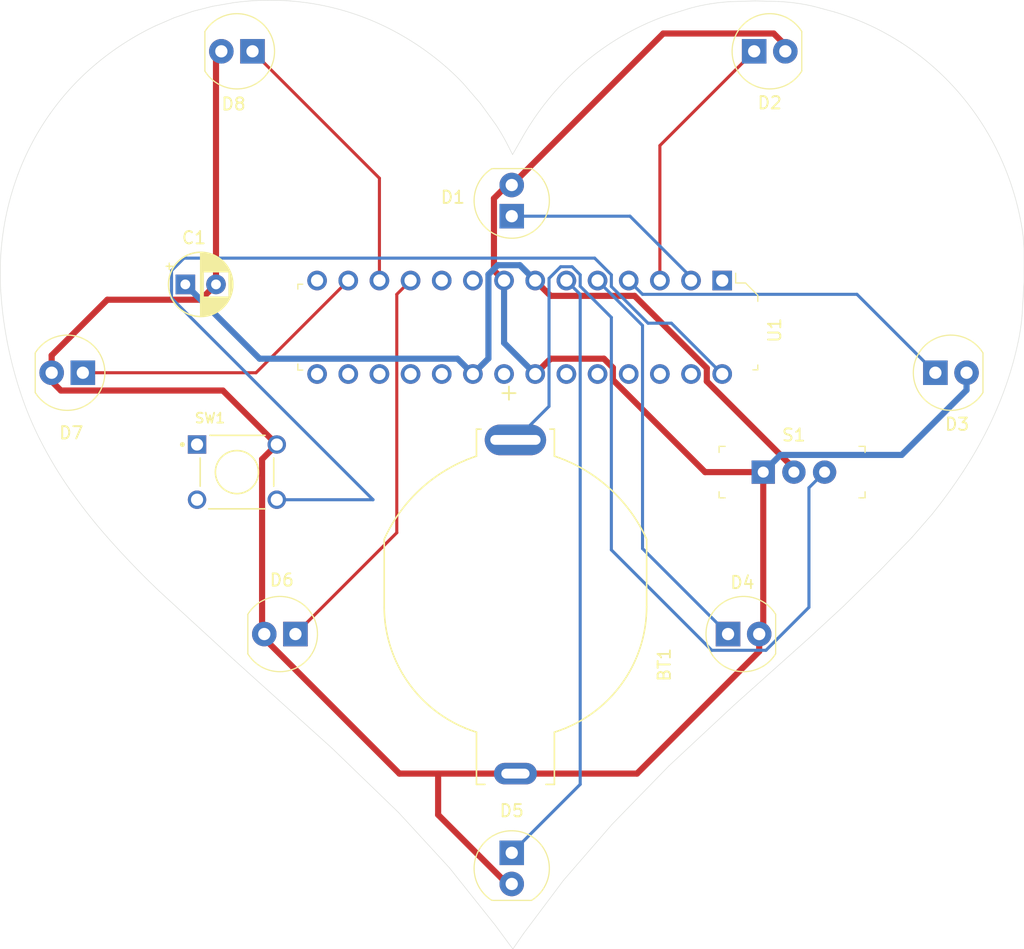
<source format=kicad_pcb>
(kicad_pcb (version 20221018) (generator pcbnew)
  (title_block (title "Heart PCB") (date "2024-01-12"))
  (layers (0 "F.Cu" signal) (31 "B.Cu" signal) (34 "B.Paste" user) (35 "F.Paste" user) (36 "B.SilkS" user "B.Silkscreen") (37 "F.SilkS" user "F.Silkscreen") (38 "B.Mask" user) (39 "F.Mask" user) (44 "Edge.Cuts" user))
  (net 0 "")
  (net 1 "/LED 1")
  (net 2 "/LED 2")
  (net 3 "/LED 3")
  (net 4 "/LED 4")
  (net 5 "/LED 5")
  (net 6 "/LED 6")
  (net 7 "/LED 8")
  (net 8 "/LED 7")
  (net 9 "GND")
  (net 11 "/Switch")
  (net 28 "+3.3V")
  (net 29 "Net-(BT1-PadP)")
  (footprint "digikey-footprints:LED_5mm_Radial" (layer "F.Cu") (at 82.43 98.1 180)
    (fp_text reference "D6" (at -1.43 4.4) (layer "F.SilkS"))
    (fp_text value "SSL-LX5093PC")
    (fp_line (start 1.34 1.6) (end 1.34 -1.61) (stroke (width 0.1)) (layer "F.SilkS"))
    (fp_arc (start 1.341718 1.607211) (mid -4.336626 0.001638) (end 1.34 -1.61) (stroke (width 0.1)) (layer "F.SilkS"))
    (pad "1" thru_hole rect (at -2.54 0 180) (size 2 2) (drill 1) (layers "*.Cu" "*.Mask") (net 6 "/LED 6"))
    (pad "2" thru_hole circle (at 0 0 180) (size 2 2) (drill 1) (layers "*.Cu" "*.Mask") (net 9 "GND"))
  )
  (footprint "digikey-footprints:LED_5mm_Radial" (layer "F.Cu") (at 65.1 76.8 180)
    (fp_text reference "D7" (at -1.6 -4.9) (layer "F.SilkS"))
    (fp_text value "SSL-LX5093PC")
    (fp_line (start 1.34 1.6) (end 1.34 -1.61) (stroke (width 0.1)) (layer "F.SilkS"))
    (fp_arc (start 1.341718 1.607211) (mid -4.336626 0.001638) (end 1.34 -1.61) (stroke (width 0.1)) (layer "F.SilkS"))
    (pad "1" thru_hole rect (at -2.54 0 180) (size 2 2) (drill 1) (layers "*.Cu" "*.Mask") (net 7 "/LED 8"))
    (pad "2" thru_hole circle (at 0 0 180) (size 2 2) (drill 1) (layers "*.Cu" "*.Mask") (net 9 "GND"))
  )
  (footprint "1825910-6:SW_1825910-6-4" (layer "F.Cu") (at 80.2 84.9)
    (fp_text reference "SW1" (at -2.2 -4.4) (layer "F.SilkS") (effects (font (size 0.8 0.8))))
    (fp_text value "1825910-6")
    (fp_line (start -2.995 -1.15) (end -2.995 1.15) (stroke (width 0.127)) (layer "F.SilkS"))
    (fp_line (start -2.2 -2.995) (end 2.3 -2.995) (stroke (width 0.127)) (layer "F.SilkS"))
    (fp_line (start 2.3 2.995) (end -2.3 2.995) (stroke (width 0.127)) (layer "F.SilkS"))
    (fp_line (start 3 -1.15) (end 3 1.15) (stroke (width 0.127)) (layer "F.SilkS"))
    (fp_circle (center -4.445 -2.25) (end -4.345 -2.25) (stroke (width 0.2)) (fill none) (layer "F.SilkS"))
    (fp_circle (center 0 0) (end 1.755 0) (stroke (width 0.127)) (fill none) (layer "F.SilkS"))
    (pad "1" thru_hole rect (at -3.25 -2.25) (size 1.498 1.498) (drill 0.99) (layers "*.Cu" "*.Mask"))
    (pad "2" thru_hole circle (at 3.25 -2.25) (size 1.498 1.498) (drill 0.99) (layers "*.Cu" "*.Mask") (net 9 "GND"))
    (pad "3" thru_hole circle (at -3.25 2.25) (size 1.498 1.498) (drill 0.99) (layers "*.Cu" "*.Mask"))
    (pad "4" thru_hole circle (at 3.25 2.25) (size 1.498 1.498) (drill 0.99) (layers "*.Cu" "*.Mask") (net 11 "/Switch"))
  )
  (footprint "digikey-footprints:LED_5mm_Radial" (layer "F.Cu") (at 102.6 61.5 90)
    (fp_text reference "D1" (at -1 -4.8 180) (layer "F.SilkS"))
    (fp_text value "SSL-LX5093PC")
    (fp_line (start 1.34 1.6) (end 1.34 -1.61) (stroke (width 0.1)) (layer "F.SilkS"))
    (fp_arc (start 1.341718 1.607211) (mid -4.336626 0.001638) (end 1.34 -1.61) (stroke (width 0.1)) (layer "F.SilkS"))
    (pad "1" thru_hole rect (at -2.54 0 90) (size 2 2) (drill 1) (layers "*.Cu" "*.Mask") (net 1 "/LED 1"))
    (pad "2" thru_hole circle (at 0 0 90) (size 2 2) (drill 1) (layers "*.Cu" "*.Mask") (net 9 "GND"))
  )
  (footprint "digikey-footprints:LED_5mm_Radial" (layer "F.Cu") (at 122.77 98.1)
    (fp_text reference "D4" (at -1.37 -4.2) (layer "F.SilkS"))
    (fp_text value "SSL-LX5093PC")
    (fp_line (start 1.34 1.6) (end 1.34 -1.61) (stroke (width 0.1)) (layer "F.SilkS"))
    (fp_arc (start 1.341718 1.607211) (mid -4.336626 0.001638) (end 1.34 -1.61) (stroke (width 0.1)) (layer "F.SilkS"))
    (pad "1" thru_hole rect (at -2.54 0) (size 2 2) (drill 1) (layers "*.Cu" "*.Mask") (net 4 "/LED 4"))
    (pad "2" thru_hole circle (at 0 0) (size 2 2) (drill 1) (layers "*.Cu" "*.Mask") (net 9 "GND"))
  )
  (footprint "digikey-footprints:LED_5mm_Radial" (layer "F.Cu") (at 139.67 76.8)
    (fp_text reference "D3" (at -0.77 4.2) (layer "F.SilkS"))
    (fp_text value "SSL-LX5093PC")
    (fp_line (start 1.34 1.6) (end 1.34 -1.61) (stroke (width 0.1)) (layer "F.SilkS"))
    (fp_arc (start 1.341718 1.607211) (mid -4.336626 0.001638) (end 1.34 -1.61) (stroke (width 0.1)) (layer "F.SilkS"))
    (pad "1" thru_hole rect (at -2.54 0) (size 2 2) (drill 1) (layers "*.Cu" "*.Mask") (net 3 "/LED 3"))
    (pad "2" thru_hole circle (at 0 0) (size 2 2) (drill 1) (layers "*.Cu" "*.Mask") (net 9 "GND"))
  )
  (footprint "digikey-footprints:LED_5mm_Radial" (layer "F.Cu") (at 78.93 50.6 180)
    (fp_text reference "D8" (at -1 -4.3) (layer "F.SilkS"))
    (fp_text value "SSL-LX5093PC")
    (fp_line (start 1.34 1.6) (end 1.34 -1.61) (stroke (width 0.1)) (layer "F.SilkS"))
    (fp_arc (start 1.341718 1.607211) (mid -4.336626 0.001638) (end 1.34 -1.61) (stroke (width 0.1)) (layer "F.SilkS"))
    (pad "1" thru_hole rect (at -2.54 0 180) (size 2 2) (drill 1) (layers "*.Cu" "*.Mask") (net 8 "/LED 7"))
    (pad "2" thru_hole circle (at 0 0 180) (size 2 2) (drill 1) (layers "*.Cu" "*.Mask") (net 9 "GND"))
  )
  (footprint "Capacitor_THT:CP_Radial_D5.0mm_P2.50mm" (layer "F.Cu") (at 75.994888 69.6)
    (fp_text reference "C1" (at 0.705112 -3.8) (layer "F.SilkS"))
    (fp_text value "0.1uF")
    (fp_line (start -1.554775 -1.475) (end -1.054775 -1.475) (stroke (width 0.12)) (layer "F.SilkS"))
    (fp_line (start -1.304775 -1.725) (end -1.304775 -1.225) (stroke (width 0.12)) (layer "F.SilkS"))
    (fp_line (start 1.25 -2.58) (end 1.25 2.58) (stroke (width 0.12)) (layer "F.SilkS"))
    (fp_line (start 1.29 -2.58) (end 1.29 2.58) (stroke (width 0.12)) (layer "F.SilkS"))
    (fp_line (start 1.33 -2.579) (end 1.33 2.579) (stroke (width 0.12)) (layer "F.SilkS"))
    (fp_line (start 1.37 -2.578) (end 1.37 2.578) (stroke (width 0.12)) (layer "F.SilkS"))
    (fp_line (start 1.41 -2.576) (end 1.41 2.576) (stroke (width 0.12)) (layer "F.SilkS"))
    (fp_line (start 1.45 -2.573) (end 1.45 2.573) (stroke (width 0.12)) (layer "F.SilkS"))
    (fp_line (start 1.49 -2.569) (end 1.49 -1.04) (stroke (width 0.12)) (layer "F.SilkS"))
    (fp_line (start 1.49 1.04) (end 1.49 2.569) (stroke (width 0.12)) (layer "F.SilkS"))
    (fp_line (start 1.53 -2.565) (end 1.53 -1.04) (stroke (width 0.12)) (layer "F.SilkS"))
    (fp_line (start 1.53 1.04) (end 1.53 2.565) (stroke (width 0.12)) (layer "F.SilkS"))
    (fp_line (start 1.57 -2.561) (end 1.57 -1.04) (stroke (width 0.12)) (layer "F.SilkS"))
    (fp_line (start 1.57 1.04) (end 1.57 2.561) (stroke (width 0.12)) (layer "F.SilkS"))
    (fp_line (start 1.61 -2.556) (end 1.61 -1.04) (stroke (width 0.12)) (layer "F.SilkS"))
    (fp_line (start 1.61 1.04) (end 1.61 2.556) (stroke (width 0.12)) (layer "F.SilkS"))
    (fp_line (start 1.65 -2.55) (end 1.65 -1.04) (stroke (width 0.12)) (layer "F.SilkS"))
    (fp_line (start 1.65 1.04) (end 1.65 2.55) (stroke (width 0.12)) (layer "F.SilkS"))
    (fp_line (start 1.69 -2.543) (end 1.69 -1.04) (stroke (width 0.12)) (layer "F.SilkS"))
    (fp_line (start 1.69 1.04) (end 1.69 2.543) (stroke (width 0.12)) (layer "F.SilkS"))
    (fp_line (start 1.73 -2.536) (end 1.73 -1.04) (stroke (width 0.12)) (layer "F.SilkS"))
    (fp_line (start 1.73 1.04) (end 1.73 2.536) (stroke (width 0.12)) (layer "F.SilkS"))
    (fp_line (start 1.77 -2.528) (end 1.77 -1.04) (stroke (width 0.12)) (layer "F.SilkS"))
    (fp_line (start 1.77 1.04) (end 1.77 2.528) (stroke (width 0.12)) (layer "F.SilkS"))
    (fp_line (start 1.81 -2.52) (end 1.81 -1.04) (stroke (width 0.12)) (layer "F.SilkS"))
    (fp_line (start 1.81 1.04) (end 1.81 2.52) (stroke (width 0.12)) (layer "F.SilkS"))
    (fp_line (start 1.85 -2.511) (end 1.85 -1.04) (stroke (width 0.12)) (layer "F.SilkS"))
    (fp_line (start 1.85 1.04) (end 1.85 2.511) (stroke (width 0.12)) (layer "F.SilkS"))
    (fp_line (start 1.89 -2.501) (end 1.89 -1.04) (stroke (width 0.12)) (layer "F.SilkS"))
    (fp_line (start 1.89 1.04) (end 1.89 2.501) (stroke (width 0.12)) (layer "F.SilkS"))
    (fp_line (start 1.93 -2.491) (end 1.93 -1.04) (stroke (width 0.12)) (layer "F.SilkS"))
    (fp_line (start 1.93 1.04) (end 1.93 2.491) (stroke (width 0.12)) (layer "F.SilkS"))
    (fp_line (start 1.971 -2.48) (end 1.971 -1.04) (stroke (width 0.12)) (layer "F.SilkS"))
    (fp_line (start 1.971 1.04) (end 1.971 2.48) (stroke (width 0.12)) (layer "F.SilkS"))
    (fp_line (start 2.011 -2.468) (end 2.011 -1.04) (stroke (width 0.12)) (layer "F.SilkS"))
    (fp_line (start 2.011 1.04) (end 2.011 2.468) (stroke (width 0.12)) (layer "F.SilkS"))
    (fp_line (start 2.051 -2.455) (end 2.051 -1.04) (stroke (width 0.12)) (layer "F.SilkS"))
    (fp_line (start 2.051 1.04) (end 2.051 2.455) (stroke (width 0.12)) (layer "F.SilkS"))
    (fp_line (start 2.091 -2.442) (end 2.091 -1.04) (stroke (width 0.12)) (layer "F.SilkS"))
    (fp_line (start 2.091 1.04) (end 2.091 2.442) (stroke (width 0.12)) (layer "F.SilkS"))
    (fp_line (start 2.131 -2.428) (end 2.131 -1.04) (stroke (width 0.12)) (layer "F.SilkS"))
    (fp_line (start 2.131 1.04) (end 2.131 2.428) (stroke (width 0.12)) (layer "F.SilkS"))
    (fp_line (start 2.171 -2.414) (end 2.171 -1.04) (stroke (width 0.12)) (layer "F.SilkS"))
    (fp_line (start 2.171 1.04) (end 2.171 2.414) (stroke (width 0.12)) (layer "F.SilkS"))
    (fp_line (start 2.211 -2.398) (end 2.211 -1.04) (stroke (width 0.12)) (layer "F.SilkS"))
    (fp_line (start 2.211 1.04) (end 2.211 2.398) (stroke (width 0.12)) (layer "F.SilkS"))
    (fp_line (start 2.251 -2.382) (end 2.251 -1.04) (stroke (width 0.12)) (layer "F.SilkS"))
    (fp_line (start 2.251 1.04) (end 2.251 2.382) (stroke (width 0.12)) (layer "F.SilkS"))
    (fp_line (start 2.291 -2.365) (end 2.291 -1.04) (stroke (width 0.12)) (layer "F.SilkS"))
    (fp_line (start 2.291 1.04) (end 2.291 2.365) (stroke (width 0.12)) (layer "F.SilkS"))
    (fp_line (start 2.331 -2.348) (end 2.331 -1.04) (stroke (width 0.12)) (layer "F.SilkS"))
    (fp_line (start 2.331 1.04) (end 2.331 2.348) (stroke (width 0.12)) (layer "F.SilkS"))
    (fp_line (start 2.371 -2.329) (end 2.371 -1.04) (stroke (width 0.12)) (layer "F.SilkS"))
    (fp_line (start 2.371 1.04) (end 2.371 2.329) (stroke (width 0.12)) (layer "F.SilkS"))
    (fp_line (start 2.411 -2.31) (end 2.411 -1.04) (stroke (width 0.12)) (layer "F.SilkS"))
    (fp_line (start 2.411 1.04) (end 2.411 2.31) (stroke (width 0.12)) (layer "F.SilkS"))
    (fp_line (start 2.451 -2.29) (end 2.451 -1.04) (stroke (width 0.12)) (layer "F.SilkS"))
    (fp_line (start 2.451 1.04) (end 2.451 2.29) (stroke (width 0.12)) (layer "F.SilkS"))
    (fp_line (start 2.491 -2.268) (end 2.491 -1.04) (stroke (width 0.12)) (layer "F.SilkS"))
    (fp_line (start 2.491 1.04) (end 2.491 2.268) (stroke (width 0.12)) (layer "F.SilkS"))
    (fp_line (start 2.531 -2.247) (end 2.531 -1.04) (stroke (width 0.12)) (layer "F.SilkS"))
    (fp_line (start 2.531 1.04) (end 2.531 2.247) (stroke (width 0.12)) (layer "F.SilkS"))
    (fp_line (start 2.571 -2.224) (end 2.571 -1.04) (stroke (width 0.12)) (layer "F.SilkS"))
    (fp_line (start 2.571 1.04) (end 2.571 2.224) (stroke (width 0.12)) (layer "F.SilkS"))
    (fp_line (start 2.611 -2.2) (end 2.611 -1.04) (stroke (width 0.12)) (layer "F.SilkS"))
    (fp_line (start 2.611 1.04) (end 2.611 2.2) (stroke (width 0.12)) (layer "F.SilkS"))
    (fp_line (start 2.651 -2.175) (end 2.651 -1.04) (stroke (width 0.12)) (layer "F.SilkS"))
    (fp_line (start 2.651 1.04) (end 2.651 2.175) (stroke (width 0.12)) (layer "F.SilkS"))
    (fp_line (start 2.691 -2.149) (end 2.691 -1.04) (stroke (width 0.12)) (layer "F.SilkS"))
    (fp_line (start 2.691 1.04) (end 2.691 2.149) (stroke (width 0.12)) (layer "F.SilkS"))
    (fp_line (start 2.731 -2.122) (end 2.731 -1.04) (stroke (width 0.12)) (layer "F.SilkS"))
    (fp_line (start 2.731 1.04) (end 2.731 2.122) (stroke (width 0.12)) (layer "F.SilkS"))
    (fp_line (start 2.771 -2.095) (end 2.771 -1.04) (stroke (width 0.12)) (layer "F.SilkS"))
    (fp_line (start 2.771 1.04) (end 2.771 2.095) (stroke (width 0.12)) (layer "F.SilkS"))
    (fp_line (start 2.811 -2.065) (end 2.811 -1.04) (stroke (width 0.12)) (layer "F.SilkS"))
    (fp_line (start 2.811 1.04) (end 2.811 2.065) (stroke (width 0.12)) (layer "F.SilkS"))
    (fp_line (start 2.851 -2.035) (end 2.851 -1.04) (stroke (width 0.12)) (layer "F.SilkS"))
    (fp_line (start 2.851 1.04) (end 2.851 2.035) (stroke (width 0.12)) (layer "F.SilkS"))
    (fp_line (start 2.891 -2.004) (end 2.891 -1.04) (stroke (width 0.12)) (layer "F.SilkS"))
    (fp_line (start 2.891 1.04) (end 2.891 2.004) (stroke (width 0.12)) (layer "F.SilkS"))
    (fp_line (start 2.931 -1.971) (end 2.931 -1.04) (stroke (width 0.12)) (layer "F.SilkS"))
    (fp_line (start 2.931 1.04) (end 2.931 1.971) (stroke (width 0.12)) (layer "F.SilkS"))
    (fp_line (start 2.971 -1.937) (end 2.971 -1.04) (stroke (width 0.12)) (layer "F.SilkS"))
    (fp_line (start 2.971 1.04) (end 2.971 1.937) (stroke (width 0.12)) (layer "F.SilkS"))
    (fp_line (start 3.011 -1.901) (end 3.011 -1.04) (stroke (width 0.12)) (layer "F.SilkS"))
    (fp_line (start 3.011 1.04) (end 3.011 1.901) (stroke (width 0.12)) (layer "F.SilkS"))
    (fp_line (start 3.051 -1.864) (end 3.051 -1.04) (stroke (width 0.12)) (layer "F.SilkS"))
    (fp_line (start 3.051 1.04) (end 3.051 1.864) (stroke (width 0.12)) (layer "F.SilkS"))
    (fp_line (start 3.091 -1.826) (end 3.091 -1.04) (stroke (width 0.12)) (layer "F.SilkS"))
    (fp_line (start 3.091 1.04) (end 3.091 1.826) (stroke (width 0.12)) (layer "F.SilkS"))
    (fp_line (start 3.131 -1.785) (end 3.131 -1.04) (stroke (width 0.12)) (layer "F.SilkS"))
    (fp_line (start 3.131 1.04) (end 3.131 1.785) (stroke (width 0.12)) (layer "F.SilkS"))
    (fp_line (start 3.171 -1.743) (end 3.171 -1.04) (stroke (width 0.12)) (layer "F.SilkS"))
    (fp_line (start 3.171 1.04) (end 3.171 1.743) (stroke (width 0.12)) (layer "F.SilkS"))
    (fp_line (start 3.211 -1.699) (end 3.211 -1.04) (stroke (width 0.12)) (layer "F.SilkS"))
    (fp_line (start 3.211 1.04) (end 3.211 1.699) (stroke (width 0.12)) (layer "F.SilkS"))
    (fp_line (start 3.251 -1.653) (end 3.251 -1.04) (stroke (width 0.12)) (layer "F.SilkS"))
    (fp_line (start 3.251 1.04) (end 3.251 1.653) (stroke (width 0.12)) (layer "F.SilkS"))
    (fp_line (start 3.291 -1.605) (end 3.291 -1.04) (stroke (width 0.12)) (layer "F.SilkS"))
    (fp_line (start 3.291 1.04) (end 3.291 1.605) (stroke (width 0.12)) (layer "F.SilkS"))
    (fp_line (start 3.331 -1.554) (end 3.331 -1.04) (stroke (width 0.12)) (layer "F.SilkS"))
    (fp_line (start 3.331 1.04) (end 3.331 1.554) (stroke (width 0.12)) (layer "F.SilkS"))
    (fp_line (start 3.371 -1.5) (end 3.371 -1.04) (stroke (width 0.12)) (layer "F.SilkS"))
    (fp_line (start 3.371 1.04) (end 3.371 1.5) (stroke (width 0.12)) (layer "F.SilkS"))
    (fp_line (start 3.411 -1.443) (end 3.411 -1.04) (stroke (width 0.12)) (layer "F.SilkS"))
    (fp_line (start 3.411 1.04) (end 3.411 1.443) (stroke (width 0.12)) (layer "F.SilkS"))
    (fp_line (start 3.451 -1.383) (end 3.451 -1.04) (stroke (width 0.12)) (layer "F.SilkS"))
    (fp_line (start 3.451 1.04) (end 3.451 1.383) (stroke (width 0.12)) (layer "F.SilkS"))
    (fp_line (start 3.491 -1.319) (end 3.491 -1.04) (stroke (width 0.12)) (layer "F.SilkS"))
    (fp_line (start 3.491 1.04) (end 3.491 1.319) (stroke (width 0.12)) (layer "F.SilkS"))
    (fp_line (start 3.531 -1.251) (end 3.531 -1.04) (stroke (width 0.12)) (layer "F.SilkS"))
    (fp_line (start 3.531 1.04) (end 3.531 1.251) (stroke (width 0.12)) (layer "F.SilkS"))
    (fp_line (start 3.571 -1.178) (end 3.571 1.178) (stroke (width 0.12)) (layer "F.SilkS"))
    (fp_line (start 3.611 -1.098) (end 3.611 1.098) (stroke (width 0.12)) (layer "F.SilkS"))
    (fp_line (start 3.651 -1.011) (end 3.651 1.011) (stroke (width 0.12)) (layer "F.SilkS"))
    (fp_line (start 3.691 -0.915) (end 3.691 0.915) (stroke (width 0.12)) (layer "F.SilkS"))
    (fp_line (start 3.731 -0.805) (end 3.731 0.805) (stroke (width 0.12)) (layer "F.SilkS"))
    (fp_line (start 3.771 -0.677) (end 3.771 0.677) (stroke (width 0.12)) (layer "F.SilkS"))
    (fp_line (start 3.811 -0.518) (end 3.811 0.518) (stroke (width 0.12)) (layer "F.SilkS"))
    (fp_line (start 3.851 -0.284) (end 3.851 0.284) (stroke (width 0.12)) (layer "F.SilkS"))
    (fp_circle (center 1.25 0) (end 3.87 0) (stroke (width 0.12)) (fill none) (layer "F.SilkS"))
    (pad "1" thru_hole rect (at 0 0) (size 1.6 1.6) (drill 0.8) (layers "*.Cu" "*.Mask") (net 28 "+3.3V"))
    (pad "2" thru_hole circle (at 2.5 0) (size 1.6 1.6) (drill 0.8) (layers "*.Cu" "*.Mask") (net 9 "GND"))
  )
  (footprint "BC2032_E2:MPD_BC2032-E2" (layer "F.Cu") (at 102.901057 95.875 -90)
    (fp_text reference "BT1" (at 4.725 -12.135735 -270) (layer "F.SilkS") (effects (font (size 1.000055 1.000055))))
    (fp_text value "BC2032-E2")
    (fp_text user "+" (at -17.4139 0.635543 -270) (layer "F.SilkS") (effects (font (size 1.401197 1.401197))))
    (fp_line (start -14.48 -3.175) (end -14.48 -2.806) (stroke (width 0.127)) (layer "F.SilkS"))
    (fp_line (start -14.48 2.806) (end -14.48 3.175) (stroke (width 0.127)) (layer "F.SilkS"))
    (fp_line (start -14.48 3.175) (end -12.278 3.175) (stroke (width 0.127)) (layer "F.SilkS"))
    (fp_line (start -12.278 -3.175) (end -14.48 -3.175) (stroke (width 0.127)) (layer "F.SilkS"))
    (fp_line (start -5.50733 10.6934) (end 0.010472 10.6934) (stroke (width 0.127)) (layer "F.SilkS"))
    (fp_line (start 0.010472 -10.6934) (end -5.50733 -10.6934) (stroke (width 0.127)) (layer "F.SilkS"))
    (fp_line (start 10.2217 3.175) (end 14.48 3.175) (stroke (width 0.127)) (layer "F.SilkS"))
    (fp_line (start 14.48 -3.175) (end 10.2217 -3.175) (stroke (width 0.127)) (layer "F.SilkS"))
    (fp_line (start 14.48 -2.487) (end 14.48 -3.175) (stroke (width 0.127)) (layer "F.SilkS"))
    (fp_line (start 14.48 3.175) (end 14.48 2.487) (stroke (width 0.127)) (layer "F.SilkS"))
    (fp_arc (start -12.278 -3.175) (mid -9.677741 -7.641197) (end -5.50733 -10.6934) (stroke (width 0.127)) (layer "F.SilkS"))
    (fp_arc (start -5.50733 10.6934) (mid -9.677741 7.641198) (end -12.278 3.175) (stroke (width 0.127)) (layer "F.SilkS"))
    (fp_arc (start 0.010472 -10.6934) (mid 6.350736 -8.611058) (end 10.2217 -3.175) (stroke (width 0.127)) (layer "F.SilkS"))
    (fp_arc (start 10.2217 3.175) (mid 6.350736 8.611059) (end 0.010472 10.693401) (stroke (width 0.127)) (layer "F.SilkS"))
    (pad "N" thru_hole oval (at 13.6 0 270) (size 1.75 3.5) (drill oval 0.8 2.3) (layers "*.Cu" "*.Mask") (net 9 "GND"))
    (pad "P" thru_hole oval (at -13.6 0 270) (size 2.5 5) (drill oval 0.8 4.1) (layers "*.Cu" "*.Mask") (net 29 "Net-(BT1-PadP)"))
  )
  (footprint "digikey-footprints:DIP-28_W7.62mm" (layer "F.Cu") (at 119.755 69.285 -90)
    (fp_text reference "U1" (at 4.05 -4.28 90) (layer "F.SilkS"))
    (fp_text value "ATMEGA328P-PU")
    (fp_line (start 0.2 -1.9) (end 0.2 -1.1) (stroke (width 0.1)) (layer "F.SilkS"))
    (fp_line (start 0.2 -1.1) (end -0.6 -1.1) (stroke (width 0.1)) (layer "F.SilkS"))
    (fp_line (start 0.3 34.19) (end 0.3 34.59) (stroke (width 0.1)) (layer "F.SilkS"))
    (fp_line (start 0.3 34.59) (end 0.7 34.59) (stroke (width 0.1)) (layer "F.SilkS"))
    (fp_line (start 1.2 -2.9) (end 0.2 -1.9) (stroke (width 0.1)) (layer "F.SilkS"))
    (fp_line (start 1.7 -2.9) (end 1.2 -2.9) (stroke (width 0.1)) (layer "F.SilkS"))
    (fp_line (start 7.28 -2.9) (end 6.88 -2.9) (stroke (width 0.1)) (layer "F.SilkS"))
    (fp_line (start 7.28 -2.5) (end 7.28 -2.9) (stroke (width 0.1)) (layer "F.SilkS"))
    (fp_line (start 7.3 34.19) (end 7.3 34.59) (stroke (width 0.1)) (layer "F.SilkS"))
    (fp_line (start 7.3 34.59) (end 6.8 34.59) (stroke (width 0.1)) (layer "F.SilkS"))
    (pad "1" thru_hole rect (at 0 0 270) (size 1.6 1.6) (drill 1) (layers "*.Cu" "*.Mask"))
    (pad "2" thru_hole circle (at 0 2.54 270) (size 1.6 1.6) (drill 1) (layers "*.Cu" "*.Mask") (net 1 "/LED 1"))
    (pad "3" thru_hole circle (at 0 5.08 270) (size 1.6 1.6) (drill 1) (layers "*.Cu" "*.Mask") (net 2 "/LED 2"))
    (pad "4" thru_hole circle (at 0 7.62 270) (size 1.6 1.6) (drill 1) (layers "*.Cu" "*.Mask") (net 3 "/LED 3"))
    (pad "5" thru_hole circle (at 0 10.16 270) (size 1.6 1.6) (drill 1) (layers "*.Cu" "*.Mask") (net 4 "/LED 4"))
    (pad "6" thru_hole circle (at 0 12.7 270) (size 1.6 1.6) (drill 1) (layers "*.Cu" "*.Mask") (net 5 "/LED 5"))
    (pad "7" thru_hole circle (at 0 15.24 270) (size 1.6 1.6) (drill 1) (layers "*.Cu" "*.Mask") (net 28 "+3.3V"))
    (pad "8" thru_hole circle (at 0 17.78 270) (size 1.6 1.6) (drill 1) (layers "*.Cu" "*.Mask") (net 9 "GND"))
    (pad "9" thru_hole circle (at 0 20.32 270) (size 1.6 1.6) (drill 1) (layers "*.Cu" "*.Mask"))
    (pad "10" thru_hole circle (at 0 22.86 270) (size 1.6 1.6) (drill 1) (layers "*.Cu" "*.Mask"))
    (pad "11" thru_hole circle (at 0 25.4 270) (size 1.6 1.6) (drill 1) (layers "*.Cu" "*.Mask") (net 6 "/LED 6"))
    (pad "12" thru_hole circle (at 0 27.94 270) (size 1.6 1.6) (drill 1) (layers "*.Cu" "*.Mask") (net 8 "/LED 7"))
    (pad "13" thru_hole circle (at 0 30.48 270) (size 1.6 1.6) (drill 1) (layers "*.Cu" "*.Mask") (net 7 "/LED 8"))
    (pad "14" thru_hole circle (at 0 33.02 270) (size 1.6 1.6) (drill 1) (layers "*.Cu" "*.Mask"))
    (pad "15" thru_hole circle (at 7.62 33.02 270) (size 1.6 1.6) (drill 1) (layers "*.Cu" "*.Mask"))
    (pad "16" thru_hole circle (at 7.62 30.48 270) (size 1.6 1.6) (drill 1) (layers "*.Cu" "*.Mask"))
    (pad "17" thru_hole circle (at 7.62 27.94 270) (size 1.6 1.6) (drill 1) (layers "*.Cu" "*.Mask"))
    (pad "18" thru_hole circle (at 7.62 25.4 270) (size 1.6 1.6) (drill 1) (layers "*.Cu" "*.Mask"))
    (pad "19" thru_hole circle (at 7.62 22.86 270) (size 1.6 1.6) (drill 1) (layers "*.Cu" "*.Mask"))
    (pad "20" thru_hole circle (at 7.62 20.32 270) (size 1.6 1.6) (drill 1) (layers "*.Cu" "*.Mask") (net 28 "+3.3V"))
    (pad "21" thru_hole circle (at 7.62 17.78 270) (size 1.6 1.6) (drill 1) (layers "*.Cu" "*.Mask"))
    (pad "22" thru_hole circle (at 7.62 15.24 270) (size 1.6 1.6) (drill 1) (layers "*.Cu" "*.Mask") (net 9 "GND"))
    (pad "23" thru_hole circle (at 7.62 12.7 270) (size 1.6 1.6) (drill 1) (layers "*.Cu" "*.Mask"))
    (pad "24" thru_hole circle (at 7.62 10.16 270) (size 1.6 1.6) (drill 1) (layers "*.Cu" "*.Mask"))
    (pad "25" thru_hole circle (at 7.62 7.62 270) (size 1.6 1.6) (drill 1) (layers "*.Cu" "*.Mask"))
    (pad "26" thru_hole circle (at 7.62 5.08 270) (size 1.6 1.6) (drill 1) (layers "*.Cu" "*.Mask"))
    (pad "27" thru_hole circle (at 7.62 2.54 270) (size 1.6 1.6) (drill 1) (layers "*.Cu" "*.Mask"))
    (pad "28" thru_hole circle (at 7.62 0 270) (size 1.6 1.6) (drill 1) (layers "*.Cu" "*.Mask") (net 11 "/Switch"))
  )
  (footprint "digikey-footprints:LED_5mm_Radial" (layer "F.Cu") (at 102.6 118.47 -90)
    (fp_text reference "D5" (at -5.97 0 -180) (layer "F.SilkS"))
    (fp_text value "SSL-LX5093PC")
    (fp_line (start 1.34 1.6) (end 1.34 -1.61) (stroke (width 0.1)) (layer "F.SilkS"))
    (fp_arc (start 1.341718 1.607211) (mid -4.336626 0.001638) (end 1.34 -1.61) (stroke (width 0.1)) (layer "F.SilkS"))
    (pad "1" thru_hole rect (at -2.54 0 270) (size 2 2) (drill 1) (layers "*.Cu" "*.Mask") (net 5 "/LED 5"))
    (pad "2" thru_hole circle (at 0 0 270) (size 2 2) (drill 1) (layers "*.Cu" "*.Mask") (net 9 "GND"))
  )
  (footprint "digikey-footprints:LED_5mm_Radial" (layer "F.Cu") (at 124.9 50.6)
    (fp_text reference "D2" (at -1.27 4.2) (layer "F.SilkS"))
    (fp_text value "SSL-LX5093PC")
    (fp_line (start 1.34 1.6) (end 1.34 -1.61) (stroke (width 0.1)) (layer "F.SilkS"))
    (fp_arc (start 1.341718 1.607211) (mid -4.336626 0.001638) (end 1.34 -1.61) (stroke (width 0.1)) (layer "F.SilkS"))
    (pad "1" thru_hole rect (at -2.54 0) (size 2 2) (drill 1) (layers "*.Cu" "*.Mask") (net 2 "/LED 2"))
    (pad "2" thru_hole circle (at 0 0) (size 2 2) (drill 1) (layers "*.Cu" "*.Mask") (net 9 "GND"))
  )
  (footprint "digikey-footprints:Switch_Slide_11.6x4mm_EG1218" (layer "F.Cu") (at 123.1 84.9)
    (fp_text reference "S1" (at 2.49 -3.02) (layer "F.SilkS"))
    (fp_text value "EG1218")
    (fp_line (start -3.6 -2.1) (end -3.6 -1.6) (stroke (width 0.1)) (layer "F.SilkS"))
    (fp_line (start -3.6 -2.1) (end -3.1 -2.1) (stroke (width 0.1)) (layer "F.SilkS"))
    (fp_line (start -3.6 2.1) (end -3.6 1.6) (stroke (width 0.1)) (layer "F.SilkS"))
    (fp_line (start -3.6 2.1) (end -3.1 2.1) (stroke (width 0.1)) (layer "F.SilkS"))
    (fp_line (start 8.3 -2.1) (end 7.8 -2.1) (stroke (width 0.1)) (layer "F.SilkS"))
    (fp_line (start 8.3 -2.1) (end 8.3 -1.6) (stroke (width 0.1)) (layer "F.SilkS"))
    (fp_line (start 8.3 2.1) (end 7.8 2.1) (stroke (width 0.1)) (layer "F.SilkS"))
    (fp_line (start 8.3 2.1) (end 8.3 1.6) (stroke (width 0.1)) (layer "F.SilkS"))
    (pad "1" thru_hole rect (at 0 0) (size 1.9 1.9) (drill 0.9) (layers "*.Cu" "*.Mask") (net 9 "GND"))
    (pad "2" thru_hole circle (at 2.5 0) (size 1.9 1.9) (drill 0.9) (layers "*.Cu" "*.Mask") (net 28 "+3.3V"))
    (pad "3" thru_hole circle (at 5 0) (size 1.9 1.9) (drill 0.9) (layers "*.Cu" "*.Mask") (net 29 "Net-(BT1-PadP)"))
  )
  (gr_arc (start 61.043329 66.171449) (mid 61.525834 63.365914) (end 62.351572 60.64158) (stroke (width 0.036)) (layer "Edge.Cuts"))
  (gr_line (start 125.566536 99.557075) (end 126.84601 98.412733) (stroke (width 0.036)) (layer "Edge.Cuts"))
  (gr_line (start 97.527689 117.161751) (end 101.263505 121.843066) (stroke (width 0.036)) (layer "Edge.Cuts"))
  (gr_line (start 144.356934 69.457473) (end 144.357474 66.780446) (stroke (width 0.036)) (layer "Edge.Cuts"))
  (gr_line (start 128.922179 47.399916) (end 127.243301 46.947555) (stroke (width 0.036)) (layer "Edge.Cuts"))
  (gr_line (start 79.872179 46.644475) (end 78.186755 46.93771) (stroke (width 0.036)) (layer "Edge.Cuts"))
  (gr_arc (start 73.876415 94.60925) (mid 71.69301 92.436345) (end 69.607131 90.169656) (stroke (width 0.036)) (layer "Edge.Cuts"))
  (gr_line (start 110.783701 113.601467) (end 115.412871 108.845724) (stroke (width 0.036)) (layer "Edge.Cuts"))
  (gr_line (start 124.347952 46.541769) (end 122.442179 46.494538) (stroke (width 0.036)) (layer "Edge.Cuts"))
  (gr_line (start 129.63984 95.829933) (end 132.586127 92.940392) (stroke (width 0.036)) (layer "Edge.Cuts"))
  (gr_arc (start 93.358106 49.143227) (mid 95.35503 50.393654) (end 97.211841 51.844007) (stroke (width 0.036)) (layer "Edge.Cuts"))
  (gr_line (start 106.830646 118.157482) (end 110.783701 113.601467) (stroke (width 0.036)) (layer "Edge.Cuts"))
  (gr_arc (start 141.375153 81.404654) (mid 140.433031 83.159308) (end 139.389364 84.855529) (stroke (width 0.036)) (layer "Edge.Cuts"))
  (gr_arc (start 108.515677 51.536664) (mid 110.069494 50.340377) (end 111.724021 49.287765) (stroke (width 0.036)) (layer "Edge.Cuts"))
  (gr_line (start 102.66792 59.018851) (end 102.268806 58.235794) (stroke (width 0.036)) (layer "Edge.Cuts"))
  (gr_arc (start 138.954808 53.869385) (mid 140.80156 56.299185) (end 142.296442 58.959964) (stroke (width 0.036)) (layer "Edge.Cuts"))
  (gr_arc (start 101.301072 56.576794) (mid 101.808458 57.392574) (end 102.268806 58.235794) (stroke (width 0.036)) (layer "Edge.Cuts"))
  (gr_line (start 117.1 47.1) (end 115.242179 47.678954) (stroke (width 0.036)) (layer "Edge.Cuts"))
  (gr_line (start 100.057668 54.860817) (end 98.656263 53.23436) (stroke (width 0.036)) (layer "Edge.Cuts"))
  (gr_arc (start 111.724021 49.287765) (mid 113.445684 48.401539) (end 115.242179 47.678954) (stroke (width 0.036)) (layer "Edge.Cuts"))
  (gr_line (start 101.301072 56.576794) (end 100.057668 54.860817) (stroke (width 0.036)) (layer "Edge.Cuts"))
  (gr_arc (start 128.922179 47.399916) (mid 131.741355 48.465731) (end 134.382307 49.918) (stroke (width 0.036)) (layer "Edge.Cuts"))
  (gr_arc (start 139.389364 84.855529) (mid 138.170998 86.618877) (end 136.87074 88.322737) (stroke (width 0.036)) (layer "Edge.Cuts"))
  (gr_arc (start 103.469173 57.612834) (mid 104.528514 55.929326) (end 105.73067 54.344641) (stroke (width 0.036)) (layer "Edge.Cuts"))
  (gr_line (start 144.193221 72.17624) (end 144.356934 69.457473) (stroke (width 0.036)) (layer "Edge.Cuts"))
  (gr_arc (start 60.947525 70.054905) (mid 60.914154 68.111172) (end 61.043329 66.171449) (stroke (width 0.036)) (layer "Edge.Cuts"))
  (gr_arc (start 144.15684 64.808313) (mid 144.292528 65.790781) (end 144.357474 66.780446) (stroke (width 0.036)) (layer "Edge.Cuts"))
  (gr_line (start 75.091791 47.862956) (end 73.528484 48.540904) (stroke (width 0.036)) (layer "Edge.Cuts"))
  (gr_line (start 101.263505 121.843066) (end 102.692774 123.773394) (stroke (width 0.036)) (layer "Edge.Cuts"))
  (gr_arc (start 79.872179 46.644475) (mid 82.200196 46.447855) (end 84.535964 46.497972) (stroke (width 0.036)) (layer "Edge.Cuts"))
  (gr_arc (start 68.757703 51.595573) (mid 71.047617 49.919123) (end 73.528484 48.540904) (stroke (width 0.036)) (layer "Edge.Cuts"))
  (gr_arc (start 117.1 47.1) (mid 117.914735 46.898938) (end 118.738915 46.740996) (stroke (width 0.036)) (layer "Edge.Cuts"))
  (gr_line (start 103.562264 122.511233) (end 106.830646 118.157482) (stroke (width 0.036)) (layer "Edge.Cuts"))
  (gr_arc (start 118.738915 46.740996) (mid 119.580974 46.624722) (end 120.427913 46.552087) (stroke (width 0.036)) (layer "Edge.Cuts"))
  (gr_arc (start 69.607131 90.169656) (mid 68.003939 88.239634) (end 66.514354 86.220638) (stroke (width 0.036)) (layer "Edge.Cuts"))
  (gr_arc (start 143.870968 74.31128) (mid 143.423039 76.126965) (end 142.858201 77.909746) (stroke (width 0.036)) (layer "Edge.Cuts"))
  (gr_arc (start 105.73067 54.344641) (mid 107.060912 52.8789) (end 108.515677 51.536664) (stroke (width 0.036)) (layer "Edge.Cuts"))
  (gr_line (start 123.931965 101.019328) (end 125.566536 99.557075) (stroke (width 0.036)) (layer "Edge.Cuts"))
  (gr_arc (start 134.382307 49.918) (mid 136.80632 51.734275) (end 138.954808 53.869385) (stroke (width 0.036)) (layer "Edge.Cuts"))
  (gr_line (start 120.72601 103.887945) (end 122.230516 102.541624) (stroke (width 0.036)) (layer "Edge.Cuts"))
  (gr_arc (start 66.514354 86.220638) (mid 65.245625 84.248503) (end 64.118803 82.191986) (stroke (width 0.036)) (layer "Edge.Cuts"))
  (gr_arc (start 62.351572 60.64158) (mid 63.497445 58.084305) (end 64.965026 55.697071) (stroke (width 0.036)) (layer "Edge.Cuts"))
  (gr_line (start 80.016966 100.248502) (end 87.954144 107.407539) (stroke (width 0.036)) (layer "Edge.Cuts"))
  (gr_line (start 126.84601 98.412733) (end 129.63984 95.829933) (stroke (width 0.036)) (layer "Edge.Cuts"))
  (gr_arc (start 64.965026 55.697071) (mid 66.727753 53.52277) (end 68.757703 51.595573) (stroke (width 0.036)) (layer "Edge.Cuts"))
  (gr_arc (start 62.550444 78.40068) (mid 61.943784 76.33947) (end 61.470998 74.243499) (stroke (width 0.036)) (layer "Edge.Cuts"))
  (gr_line (start 122.230516 102.541624) (end 123.931965 101.019328) (stroke (width 0.036)) (layer "Edge.Cuts"))
  (gr_arc (start 84.535964 46.497972) (mid 86.832852 46.794909) (end 89.084072 47.338852) (stroke (width 0.036)) (layer "Edge.Cuts"))
  (gr_line (start 87.954144 107.407539) (end 93.379187 112.650201) (stroke (width 0.036)) (layer "Edge.Cuts"))
  (gr_arc (start 124.347952 46.541769) (mid 125.090504 46.593772) (end 125.829884 46.67982) (stroke (width 0.036)) (layer "Edge.Cuts"))
  (gr_line (start 93.379187 112.650201) (end 97.527689 117.161751) (stroke (width 0.036)) (layer "Edge.Cuts"))
  (gr_line (start 102.692774 123.773394) (end 103.562264 122.511233) (stroke (width 0.036)) (layer "Edge.Cuts"))
  (gr_arc (start 89.084072 47.338852) (mid 91.269917 48.12538) (end 93.358106 49.143227) (stroke (width 0.036)) (layer "Edge.Cuts"))
  (gr_arc (start 97.211841 51.844007) (mid 97.951919 52.520622) (end 98.656263 53.23436) (stroke (width 0.036)) (layer "Edge.Cuts"))
  (gr_arc (start 144.193221 72.17624) (mid 144.063911 73.248562) (end 143.870968 74.31128) (stroke (width 0.036)) (layer "Edge.Cuts"))
  (gr_arc (start 125.829884 46.67982) (mid 126.539832 46.796586) (end 127.243301 46.947555) (stroke (width 0.036)) (layer "Edge.Cuts"))
  (gr_arc (start 61.470998 74.243499) (mid 61.140824 72.157755) (end 60.947525 70.054905) (stroke (width 0.036)) (layer "Edge.Cuts"))
  (gr_arc (start 64.118803 82.191986) (mid 63.264638 80.325284) (end 62.550444 78.40068) (stroke (width 0.036)) (layer "Edge.Cuts"))
  (gr_line (start 122.442179 46.494538) (end 120.427913 46.552087) (stroke (width 0.036)) (layer "Edge.Cuts"))
  (gr_line (start 73.876415 94.60925) (end 80.016966 100.248502) (stroke (width 0.036)) (layer "Edge.Cuts"))
  (gr_line (start 135.213373 90.227595) (end 136.87074 88.322737) (stroke (width 0.036)) (layer "Edge.Cuts"))
  (gr_line (start 103.469173 57.612834) (end 102.66792 59.018851) (stroke (width 0.036)) (layer "Edge.Cuts"))
  (gr_line (start 132.586127 92.940392) (end 135.213373 90.227595) (stroke (width 0.036)) (layer "Edge.Cuts"))
  (gr_line (start 76.618946 47.336276) (end 75.091791 47.862956) (stroke (width 0.036)) (layer "Edge.Cuts"))
  (gr_line (start 115.412871 108.845724) (end 120.72601 103.887945) (stroke (width 0.036)) (layer "Edge.Cuts"))
  (gr_arc (start 142.296442 58.959964) (mid 143.42415 61.82131) (end 144.15684 64.808313) (stroke (width 0.036)) (layer "Edge.Cuts"))
  (gr_line (start 78.186755 46.93771) (end 76.618946 47.336276) (stroke (width 0.036)) (layer "Edge.Cuts"))
  (gr_arc (start 142.858201 77.909746) (mid 142.170879 79.6802) (end 141.375153 81.404654) (stroke (width 0.036)) (layer "Edge.Cuts"))
  (segment (start 117.215 69.185) (end 117.3 69.1) (width 0.25) (layer "B.Cu") (net 1))
  (segment (start 117.3 69.1) (end 112.24 64.04) (width 0.25) (layer "B.Cu") (net 1))
  (segment (start 117.215 69.285) (end 117.215 69.185) (width 0.25) (layer "B.Cu") (net 1))
  (segment (start 112.24 64.04) (end 102.6 64.04) (width 0.25) (layer "B.Cu") (net 1))
  (segment (start 114.675 58.285) (end 122.36 50.6) (width 0.25) (layer "F.Cu") (net 2))
  (segment (start 114.675 69.285) (end 114.675 58.285) (width 0.25) (layer "F.Cu") (net 2))
  (segment (start 137.13 76.8) (end 130.74 70.41) (width 0.25) (layer "B.Cu") (net 3))
  (segment (start 130.74 70.41) (end 113.26 70.41) (width 0.25) (layer "B.Cu") (net 3))
  (segment (start 113.26 70.41) (end 112.135 69.285) (width 0.25) (layer "B.Cu") (net 3))
  (segment (start 120.23 98.1) (end 113.26 91.13) (width 0.25) (layer "B.Cu") (net 4))
  (segment (start 113.26 72.95) (end 109.595 69.285) (width 0.25) (layer "B.Cu") (net 4))
  (segment (start 113.26 91.13) (end 113.26 72.95) (width 0.25) (layer "B.Cu") (net 4))
  (segment (start 107.055 69.285) (end 108.18 70.41) (width 0.25) (layer "B.Cu") (net 5))
  (segment (start 108.18 70.41) (end 108.18 110.35) (width 0.25) (layer "B.Cu") (net 5))
  (segment (start 108.18 110.35) (end 102.6 115.93) (width 0.25) (layer "B.Cu") (net 5))
  (segment (start 94.355 69.285) (end 93.23 70.41) (width 0.25) (layer "F.Cu") (net 6))
  (segment (start 93.23 70.41) (end 93.23 89.84) (width 0.25) (layer "F.Cu") (net 6))
  (segment (start 93.23 89.84) (end 84.97 98.1) (width 0.25) (layer "F.Cu") (net 6))
  (segment (start 81.76 76.8) (end 67.64 76.8) (width 0.25) (layer "F.Cu") (net 7))
  (segment (start 89.275 69.285) (end 81.76 76.8) (width 0.25) (layer "F.Cu") (net 7))
  (segment (start 91.815 60.945) (end 81.47 50.6) (width 0.25) (layer "F.Cu") (net 8))
  (segment (start 91.815 69.285) (end 91.815 60.945) (width 0.25) (layer "F.Cu") (net 8))
  (segment (start 123.1 97.77) (end 122.77 98.1) (width 0.5) (layer "F.Cu") (net 9))
  (segment (start 123.1 84.9) (end 123.1 97.77) (width 0.5) (layer "F.Cu") (net 9))
  (segment (start 102.901057 109.475) (end 96.6 109.475) (width 0.5) (layer "F.Cu") (net 9))
  (segment (start 77.244888 70.85) (end 78.494888 69.6) (width 0.5) (layer "F.Cu") (net 9))
  (segment (start 125.2 50.4) (end 123.95 49.15) (width 0.5) (layer "F.Cu") (net 9))
  (segment (start 96.6 112.83) (end 96.6 109.475) (width 0.5) (layer "F.Cu") (net 9))
  (segment (start 78.494888 69.6) (end 78.494888 51.035112) (width 0.5) (layer "F.Cu") (net 9))
  (segment (start 82.251 97.921) (end 82.251 83.849) (width 0.5) (layer "F.Cu") (net 9))
  (segment (start 110.845 76.387233) (end 110.845 77.382767) (width 0.5) (layer "F.Cu") (net 9))
  (segment (start 101.15 62.59) (end 101.15 68.46) (width 0.5) (layer "F.Cu") (net 9))
  (segment (start 102.6 61.5) (end 102.24 61.5) (width 0.5) (layer "F.Cu") (net 9))
  (segment (start 65.1 77.5) (end 65.1 76.8) (width 0.5) (layer "F.Cu") (net 9))
  (segment (start 69.635787 70.85) (end 77.244888 70.85) (width 0.5) (layer "F.Cu") (net 9))
  (segment (start 78.494888 51.035112) (end 78.93 50.6) (width 0.5) (layer "F.Cu") (net 9))
  (segment (start 110.112767 75.655) (end 110.845 76.387233) (width 0.5) (layer "F.Cu") (net 9))
  (segment (start 105.765 75.655) (end 110.112767 75.655) (width 0.5) (layer "F.Cu") (net 9))
  (segment (start 102.6 118.47) (end 102.24 118.47) (width 0.5) (layer "F.Cu") (net 9))
  (segment (start 83.45 82.65) (end 79.05 78.25) (width 0.5) (layer "F.Cu") (net 9))
  (segment (start 118.362233 84.9) (end 123.1 84.9) (width 0.5) (layer "F.Cu") (net 9))
  (segment (start 102.24 61.5) (end 101.15 62.59) (width 0.5) (layer "F.Cu") (net 9))
  (segment (start 114.95 49.15) (end 102.6 61.5) (width 0.5) (layer "F.Cu") (net 9))
  (segment (start 82.251 83.849) (end 83.45 82.65) (width 0.5) (layer "F.Cu") (net 9))
  (segment (start 124.9 50.6) (end 125 50.6) (width 0.5) (layer "F.Cu") (net 9))
  (segment (start 82.43 98.46) (end 82.43 98.1) (width 0.5) (layer "F.Cu") (net 9))
  (segment (start 125 50.6) (end 125.2 50.4) (width 0.5) (layer "F.Cu") (net 9))
  (segment (start 65.1 75.385787) (end 69.635787 70.85) (width 0.5) (layer "F.Cu") (net 9))
  (segment (start 93.445 109.475) (end 82.43 98.46) (width 0.5) (layer "F.Cu") (net 9))
  (segment (start 122.77 99.514213) (end 112.809213 109.475) (width 0.5) (layer "F.Cu") (net 9))
  (segment (start 79.05 78.25) (end 65.85 78.25) (width 0.5) (layer "F.Cu") (net 9))
  (segment (start 122.77 98.1) (end 122.77 99.514213) (width 0.5) (layer "F.Cu") (net 9))
  (segment (start 82.43 98.1) (end 82.251 97.921) (width 0.5) (layer "F.Cu") (net 9))
  (segment (start 112.809213 109.475) (end 102.901057 109.475) (width 0.5) (layer "F.Cu") (net 9))
  (segment (start 123.95 49.15) (end 114.95 49.15) (width 0.5) (layer "F.Cu") (net 9))
  (segment (start 102.24 118.47) (end 96.6 112.83) (width 0.5) (layer "F.Cu") (net 9))
  (segment (start 104.515 76.905) (end 105.765 75.655) (width 0.5) (layer "F.Cu") (net 9))
  (segment (start 65.85 78.25) (end 65.1 77.5) (width 0.5) (layer "F.Cu") (net 9))
  (segment (start 101.15 68.46) (end 101.975 69.285) (width 0.5) (layer "F.Cu") (net 9))
  (segment (start 65.1 76.8) (end 65.1 75.385787) (width 0.5) (layer "F.Cu") (net 9))
  (segment (start 96.6 109.475) (end 93.445 109.475) (width 0.5) (layer "F.Cu") (net 9))
  (segment (start 110.845 77.382767) (end 118.362233 84.9) (width 0.5) (layer "F.Cu") (net 9))
  (segment (start 101.975 69.285) (end 101.975 74.365) (width 0.5) (layer "B.Cu") (net 9))
  (segment (start 101.975 74.365) (end 104.515 76.905) (width 0.5) (layer "B.Cu") (net 9))
  (segment (start 139.67 78.214213) (end 134.384213 83.5) (width 0.5) (layer "B.Cu") (net 9))
  (segment (start 124.5 83.5) (end 123.1 84.9) (width 0.5) (layer "B.Cu") (net 9))
  (segment (start 139.67 76.8) (end 139.67 78.214213) (width 0.5) (layer "B.Cu") (net 9))
  (segment (start 134.384213 83.5) (end 124.5 83.5) (width 0.5) (layer "B.Cu") (net 9))
  (segment (start 115.613604 72.763604) (end 119.755 76.905) (width 0.25) (layer "B.Cu") (net 11))
  (segment (start 110.72 69.773604) (end 113.71 72.763604) (width 0.25) (layer "B.Cu") (net 11))
  (segment (start 74.869888 70.725) (end 74.869888 68.475) (width 0.25) (layer "B.Cu") (net 11))
  (segment (start 113.71 72.763604) (end 115.613604 72.763604) (width 0.25) (layer "B.Cu") (net 11))
  (segment (start 109.360991 67.46) (end 110.72 68.819009) (width 0.25) (layer "B.Cu") (net 11))
  (segment (start 83.45 87.15) (end 91.294888 87.15) (width 0.25) (layer "B.Cu") (net 11))
  (segment (start 91.294888 87.15) (end 74.869888 70.725) (width 0.25) (layer "B.Cu") (net 11))
  (segment (start 74.869888 68.475) (end 75.884888 67.46) (width 0.25) (layer "B.Cu") (net 11))
  (segment (start 110.72 68.819009) (end 110.72 69.773604) (width 0.25) (layer "B.Cu") (net 11))
  (segment (start 75.884888 67.46) (end 109.360991 67.46) (width 0.25) (layer "B.Cu") (net 11))
  (segment (start 112.612767 70.535) (end 118.5 76.422233) (width 0.5) (layer "F.Cu") (net 28))
  (segment (start 118.5 76.422233) (end 118.5 77.5) (width 0.5) (layer "F.Cu") (net 28))
  (segment (start 125.6 84.6) (end 125.6 84.9) (width 0.5) (layer "F.Cu") (net 28))
  (segment (start 104.515 69.285) (end 105.765 70.535) (width 0.5) (layer "F.Cu") (net 28))
  (segment (start 105.765 70.535) (end 112.612767 70.535) (width 0.5) (layer "F.Cu") (net 28))
  (segment (start 118.5 77.5) (end 125.6 84.6) (width 0.5) (layer "F.Cu") (net 28))
  (segment (start 100.7 75.64) (end 99.435 76.905) (width 0.5) (layer "B.Cu") (net 28))
  (segment (start 98.185 75.655) (end 82.049888 75.655) (width 0.5) (layer "B.Cu") (net 28))
  (segment (start 101.457233 68.035) (end 100.7 68.792233) (width 0.5) (layer "B.Cu") (net 28))
  (segment (start 104.515 69.285) (end 103.265 68.035) (width 0.5) (layer "B.Cu") (net 28))
  (segment (start 82.049888 75.655) (end 75.994888 69.6) (width 0.5) (layer "B.Cu") (net 28))
  (segment (start 100.7 68.792233) (end 100.7 75.64) (width 0.5) (layer "B.Cu") (net 28))
  (segment (start 103.265 68.035) (end 101.457233 68.035) (width 0.5) (layer "B.Cu") (net 28))
  (segment (start 99.435 76.905) (end 98.185 75.655) (width 0.5) (layer "B.Cu") (net 28))
  (segment (start 108.18 69.750991) (end 108.18 68.819009) (width 0.25) (layer "B.Cu") (net 29))
  (segment (start 105.64 79.536057) (end 102.901057 82.275) (width 0.25) (layer "B.Cu") (net 29))
  (segment (start 110.72 72.290991) (end 108.18 69.750991) (width 0.25) (layer "B.Cu") (net 29))
  (segment (start 126.825 86.175) (end 126.825 95.918833) (width 0.25) (layer "B.Cu") (net 29))
  (segment (start 107.520991 68.16) (end 106.589009 68.16) (width 0.25) (layer "B.Cu") (net 29))
  (segment (start 126.825 95.918833) (end 123.318833 99.425) (width 0.25) (layer "B.Cu") (net 29))
  (segment (start 105.64 69.109009) (end 105.64 79.536057) (width 0.25) (layer "B.Cu") (net 29))
  (segment (start 110.72 91.24) (end 110.72 72.290991) (width 0.25) (layer "B.Cu") (net 29))
  (segment (start 108.18 68.819009) (end 107.520991 68.16) (width 0.25) (layer "B.Cu") (net 29))
  (segment (start 123.318833 99.425) (end 118.905 99.425) (width 0.25) (layer "B.Cu") (net 29))
  (segment (start 118.905 99.425) (end 110.72 91.24) (width 0.25) (layer "B.Cu") (net 29))
  (segment (start 106.589009 68.16) (end 105.64 69.109009) (width 0.25) (layer "B.Cu") (net 29))
  (segment (start 128.1 84.9) (end 126.825 86.175) (width 0.25) (layer "B.Cu") (net 29))
)
</source>
